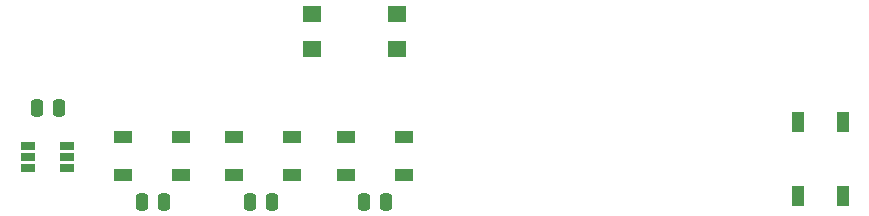
<source format=gbr>
%TF.GenerationSoftware,KiCad,Pcbnew,7.0.11*%
%TF.CreationDate,2024-10-30T13:42:53+11:00*%
%TF.ProjectId,iaq_device,6961715f-6465-4766-9963-652e6b696361,rev?*%
%TF.SameCoordinates,Original*%
%TF.FileFunction,Paste,Top*%
%TF.FilePolarity,Positive*%
%FSLAX46Y46*%
G04 Gerber Fmt 4.6, Leading zero omitted, Abs format (unit mm)*
G04 Created by KiCad (PCBNEW 7.0.11) date 2024-10-30 13:42:53*
%MOMM*%
%LPD*%
G01*
G04 APERTURE LIST*
G04 Aperture macros list*
%AMRoundRect*
0 Rectangle with rounded corners*
0 $1 Rounding radius*
0 $2 $3 $4 $5 $6 $7 $8 $9 X,Y pos of 4 corners*
0 Add a 4 corners polygon primitive as box body*
4,1,4,$2,$3,$4,$5,$6,$7,$8,$9,$2,$3,0*
0 Add four circle primitives for the rounded corners*
1,1,$1+$1,$2,$3*
1,1,$1+$1,$4,$5*
1,1,$1+$1,$6,$7*
1,1,$1+$1,$8,$9*
0 Add four rect primitives between the rounded corners*
20,1,$1+$1,$2,$3,$4,$5,0*
20,1,$1+$1,$4,$5,$6,$7,0*
20,1,$1+$1,$6,$7,$8,$9,0*
20,1,$1+$1,$8,$9,$2,$3,0*%
G04 Aperture macros list end*
%ADD10R,1.300000X0.700000*%
%ADD11RoundRect,0.250000X-0.250000X-0.475000X0.250000X-0.475000X0.250000X0.475000X-0.250000X0.475000X0*%
%ADD12R,1.500000X1.000000*%
%ADD13RoundRect,0.250000X0.250000X0.475000X-0.250000X0.475000X-0.250000X-0.475000X0.250000X-0.475000X0*%
%ADD14R,1.600000X1.400000*%
%ADD15R,1.000000X1.700000*%
G04 APERTURE END LIST*
D10*
X105900000Y-109400000D03*
X105900000Y-110350000D03*
X105900000Y-111300000D03*
X109200000Y-111300000D03*
X109200000Y-110350000D03*
X109200000Y-109400000D03*
D11*
X106619000Y-106172000D03*
X108519000Y-106172000D03*
D12*
X113890000Y-108636000D03*
X113890000Y-111836000D03*
X118790000Y-111836000D03*
X118790000Y-108636000D03*
X123280000Y-108636000D03*
X123280000Y-111836000D03*
X128180000Y-111836000D03*
X128180000Y-108636000D03*
X132778000Y-108636000D03*
X132778000Y-111836000D03*
X137678000Y-111836000D03*
X137678000Y-108636000D03*
D13*
X117409000Y-114173000D03*
X115509000Y-114173000D03*
X126553000Y-114173000D03*
X124653000Y-114173000D03*
X136205000Y-114173000D03*
X134305000Y-114173000D03*
D14*
X129877000Y-98195000D03*
X137077000Y-98195000D03*
X129877000Y-101195000D03*
X137077000Y-101195000D03*
D15*
X174869000Y-107365000D03*
X174869000Y-113665000D03*
X171069000Y-107365000D03*
X171069000Y-113665000D03*
M02*

</source>
